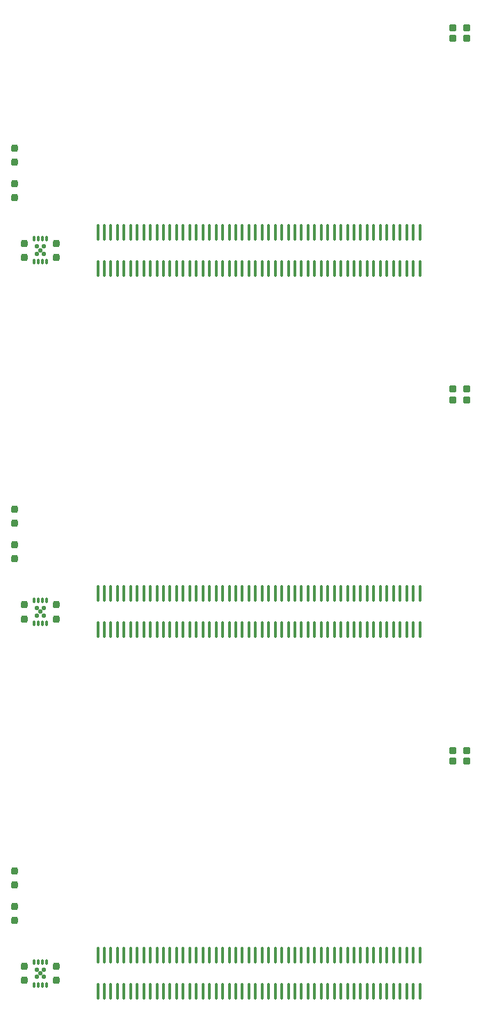
<source format=gtp>
G04 #@! TF.GenerationSoftware,KiCad,Pcbnew,8.0.6*
G04 #@! TF.CreationDate,2024-11-07T02:27:52-08:00*
G04 #@! TF.ProjectId,mse-68-vhdci-panel,6d73652d-3638-42d7-9668-6463692d7061,1*
G04 #@! TF.SameCoordinates,Original*
G04 #@! TF.FileFunction,Paste,Top*
G04 #@! TF.FilePolarity,Positive*
%FSLAX46Y46*%
G04 Gerber Fmt 4.6, Leading zero omitted, Abs format (unit mm)*
G04 Created by KiCad (PCBNEW 8.0.6) date 2024-11-07 02:27:52*
%MOMM*%
%LPD*%
G01*
G04 APERTURE LIST*
G04 Aperture macros list*
%AMRoundRect*
0 Rectangle with rounded corners*
0 $1 Rounding radius*
0 $2 $3 $4 $5 $6 $7 $8 $9 X,Y pos of 4 corners*
0 Add a 4 corners polygon primitive as box body*
4,1,4,$2,$3,$4,$5,$6,$7,$8,$9,$2,$3,0*
0 Add four circle primitives for the rounded corners*
1,1,$1+$1,$2,$3*
1,1,$1+$1,$4,$5*
1,1,$1+$1,$6,$7*
1,1,$1+$1,$8,$9*
0 Add four rect primitives between the rounded corners*
20,1,$1+$1,$2,$3,$4,$5,0*
20,1,$1+$1,$4,$5,$6,$7,0*
20,1,$1+$1,$6,$7,$8,$9,0*
20,1,$1+$1,$8,$9,$2,$3,0*%
G04 Aperture macros list end*
%ADD10RoundRect,0.125000X0.125000X-0.125000X0.125000X0.125000X-0.125000X0.125000X-0.125000X-0.125000X0*%
%ADD11RoundRect,0.046875X0.103125X-0.253125X0.103125X0.253125X-0.103125X0.253125X-0.103125X-0.253125X0*%
%ADD12RoundRect,0.200000X0.200000X-0.250000X0.200000X0.250000X-0.200000X0.250000X-0.200000X-0.250000X0*%
%ADD13RoundRect,0.100000X0.100000X0.900000X-0.100000X0.900000X-0.100000X-0.900000X0.100000X-0.900000X0*%
%ADD14RoundRect,0.200000X-0.200000X0.250000X-0.200000X-0.250000X0.200000X-0.250000X0.200000X0.250000X0*%
%ADD15RoundRect,0.200000X-0.250000X-0.200000X0.250000X-0.200000X0.250000X0.200000X-0.250000X0.200000X0*%
%ADD16RoundRect,0.200000X0.250000X0.200000X-0.250000X0.200000X-0.250000X-0.200000X0.250000X-0.200000X0*%
G04 APERTURE END LIST*
D10*
G04 #@! TO.C,U1*
X-64550000Y98552000D03*
X-63650000Y98552000D03*
X-64100000Y99002000D03*
X-64550000Y99452000D03*
X-63650000Y99452000D03*
D11*
X-64850001Y97602000D03*
X-64350000Y97602000D03*
X-63850000Y97602000D03*
X-63349999Y97602000D03*
X-63349999Y100402000D03*
X-63850000Y100402000D03*
X-64350000Y100402000D03*
X-64850001Y100402000D03*
G04 #@! TD*
D12*
G04 #@! TO.C,C1*
X-66050000Y10152000D03*
X-66050000Y11852000D03*
G04 #@! TD*
G04 #@! TO.C,R1*
X-62150000Y54152000D03*
X-62150000Y55852000D03*
G04 #@! TD*
D13*
G04 #@! TO.C,J1*
X-57100000Y8802000D03*
X-57100000Y13202000D03*
X-56300000Y8802001D03*
X-56300000Y13201999D03*
X-55500000Y8802000D03*
X-55500000Y13202000D03*
X-54700001Y8802000D03*
X-54700001Y13202000D03*
X-53900000Y8802000D03*
X-53900000Y13202000D03*
X-53100000Y8802000D03*
X-53100000Y13202000D03*
X-52299999Y8802000D03*
X-52299999Y13202000D03*
X-51500000Y8802000D03*
X-51500000Y13202000D03*
X-50700000Y8802001D03*
X-50700000Y13201999D03*
X-49900000Y8802000D03*
X-49900000Y13202000D03*
X-49100000Y8802000D03*
X-49100000Y13202000D03*
X-48300000Y8802000D03*
X-48300000Y13202000D03*
X-47500000Y8802000D03*
X-47500000Y13202000D03*
X-46699999Y8802000D03*
X-46699999Y13202000D03*
X-45900000Y8802000D03*
X-45900000Y13202000D03*
X-45100000Y8802001D03*
X-45100000Y13201999D03*
X-44300000Y8802000D03*
X-44300000Y13202000D03*
X-43500000Y8802000D03*
X-43500000Y13202000D03*
X-42700000Y8802000D03*
X-42700000Y13202000D03*
X-41900000Y8802000D03*
X-41900000Y13202000D03*
X-41099999Y8802000D03*
X-41099999Y13202000D03*
X-40300000Y8802000D03*
X-40300000Y13202000D03*
X-39500000Y8802001D03*
X-39500000Y13201999D03*
X-38700000Y8802000D03*
X-38700000Y13202000D03*
X-37900000Y8802000D03*
X-37900000Y13202000D03*
X-37100000Y8802000D03*
X-37100000Y13202000D03*
X-36300000Y8802000D03*
X-36300000Y13202000D03*
X-35500000Y8802001D03*
X-35500000Y13201999D03*
X-34700000Y8802000D03*
X-34700000Y13202000D03*
X-33900001Y8802000D03*
X-33900001Y13202000D03*
X-33100000Y8802000D03*
X-33100000Y13202000D03*
X-32300000Y8802000D03*
X-32300000Y13202000D03*
X-31500000Y8802000D03*
X-31500000Y13202000D03*
X-30700000Y8802000D03*
X-30700000Y13202000D03*
X-29900000Y8802001D03*
X-29900000Y13201999D03*
X-29100000Y8802000D03*
X-29100000Y13202000D03*
X-28300001Y8802000D03*
X-28300001Y13202000D03*
X-27500000Y8802000D03*
X-27500000Y13202000D03*
X-26700000Y8802000D03*
X-26700000Y13202000D03*
X-25900000Y8802000D03*
X-25900000Y13202000D03*
X-25100000Y8802000D03*
X-25100000Y13202000D03*
X-24300000Y8802001D03*
X-24300000Y13201999D03*
X-23500000Y8802000D03*
X-23500000Y13202000D03*
X-22700001Y8802000D03*
X-22700001Y13202000D03*
X-21900000Y8802000D03*
X-21900000Y13202000D03*
X-21100000Y8802000D03*
X-21100000Y13202000D03*
X-20299999Y8802000D03*
X-20299999Y13202000D03*
X-19500000Y8802000D03*
X-19500000Y13202000D03*
X-18700000Y8802001D03*
X-18700000Y13201999D03*
X-17900000Y8802000D03*
X-17900000Y13202000D03*
G04 #@! TD*
D14*
G04 #@! TO.C,R2*
X-67200000Y111452000D03*
X-67200000Y109752000D03*
G04 #@! TD*
D12*
G04 #@! TO.C,R1*
X-62150000Y10152000D03*
X-62150000Y11852000D03*
G04 #@! TD*
D14*
G04 #@! TO.C,R2*
X-67200000Y67452000D03*
X-67200000Y65752000D03*
G04 #@! TD*
D12*
G04 #@! TO.C,R3*
X-67200000Y61452000D03*
X-67200000Y63152000D03*
G04 #@! TD*
D13*
G04 #@! TO.C,J1*
X-57100000Y96802000D03*
X-57100000Y101202000D03*
X-56300000Y96802001D03*
X-56300000Y101201999D03*
X-55500000Y96802000D03*
X-55500000Y101202000D03*
X-54700001Y96802000D03*
X-54700001Y101202000D03*
X-53900000Y96802000D03*
X-53900000Y101202000D03*
X-53100000Y96802000D03*
X-53100000Y101202000D03*
X-52299999Y96802000D03*
X-52299999Y101202000D03*
X-51500000Y96802000D03*
X-51500000Y101202000D03*
X-50700000Y96802001D03*
X-50700000Y101201999D03*
X-49900000Y96802000D03*
X-49900000Y101202000D03*
X-49100000Y96802000D03*
X-49100000Y101202000D03*
X-48300000Y96802000D03*
X-48300000Y101202000D03*
X-47500000Y96802000D03*
X-47500000Y101202000D03*
X-46699999Y96802000D03*
X-46699999Y101202000D03*
X-45900000Y96802000D03*
X-45900000Y101202000D03*
X-45100000Y96802001D03*
X-45100000Y101201999D03*
X-44300000Y96802000D03*
X-44300000Y101202000D03*
X-43500000Y96802000D03*
X-43500000Y101202000D03*
X-42700000Y96802000D03*
X-42700000Y101202000D03*
X-41900000Y96802000D03*
X-41900000Y101202000D03*
X-41099999Y96802000D03*
X-41099999Y101202000D03*
X-40300000Y96802000D03*
X-40300000Y101202000D03*
X-39500000Y96802001D03*
X-39500000Y101201999D03*
X-38700000Y96802000D03*
X-38700000Y101202000D03*
X-37900000Y96802000D03*
X-37900000Y101202000D03*
X-37100000Y96802000D03*
X-37100000Y101202000D03*
X-36300000Y96802000D03*
X-36300000Y101202000D03*
X-35500000Y96802001D03*
X-35500000Y101201999D03*
X-34700000Y96802000D03*
X-34700000Y101202000D03*
X-33900001Y96802000D03*
X-33900001Y101202000D03*
X-33100000Y96802000D03*
X-33100000Y101202000D03*
X-32300000Y96802000D03*
X-32300000Y101202000D03*
X-31500000Y96802000D03*
X-31500000Y101202000D03*
X-30700000Y96802000D03*
X-30700000Y101202000D03*
X-29900000Y96802001D03*
X-29900000Y101201999D03*
X-29100000Y96802000D03*
X-29100000Y101202000D03*
X-28300001Y96802000D03*
X-28300001Y101202000D03*
X-27500000Y96802000D03*
X-27500000Y101202000D03*
X-26700000Y96802000D03*
X-26700000Y101202000D03*
X-25900000Y96802000D03*
X-25900000Y101202000D03*
X-25100000Y96802000D03*
X-25100000Y101202000D03*
X-24300000Y96802001D03*
X-24300000Y101201999D03*
X-23500000Y96802000D03*
X-23500000Y101202000D03*
X-22700001Y96802000D03*
X-22700001Y101202000D03*
X-21900000Y96802000D03*
X-21900000Y101202000D03*
X-21100000Y96802000D03*
X-21100000Y101202000D03*
X-20299999Y96802000D03*
X-20299999Y101202000D03*
X-19500000Y96802000D03*
X-19500000Y101202000D03*
X-18700000Y96802001D03*
X-18700000Y101201999D03*
X-17900000Y96802000D03*
X-17900000Y101202000D03*
G04 #@! TD*
D12*
G04 #@! TO.C,R1*
X-62150000Y98152000D03*
X-62150000Y99852000D03*
G04 #@! TD*
G04 #@! TO.C,R3*
X-67200000Y105452000D03*
X-67200000Y107152000D03*
G04 #@! TD*
D15*
G04 #@! TO.C,R4*
X-13850000Y80802000D03*
X-12150000Y80802000D03*
G04 #@! TD*
G04 #@! TO.C,R4*
X-13850000Y124802000D03*
X-12150000Y124802000D03*
G04 #@! TD*
D13*
G04 #@! TO.C,J1*
X-57100000Y52802000D03*
X-57100000Y57202000D03*
X-56300000Y52802001D03*
X-56300000Y57201999D03*
X-55500000Y52802000D03*
X-55500000Y57202000D03*
X-54700001Y52802000D03*
X-54700001Y57202000D03*
X-53900000Y52802000D03*
X-53900000Y57202000D03*
X-53100000Y52802000D03*
X-53100000Y57202000D03*
X-52299999Y52802000D03*
X-52299999Y57202000D03*
X-51500000Y52802000D03*
X-51500000Y57202000D03*
X-50700000Y52802001D03*
X-50700000Y57201999D03*
X-49900000Y52802000D03*
X-49900000Y57202000D03*
X-49100000Y52802000D03*
X-49100000Y57202000D03*
X-48300000Y52802000D03*
X-48300000Y57202000D03*
X-47500000Y52802000D03*
X-47500000Y57202000D03*
X-46699999Y52802000D03*
X-46699999Y57202000D03*
X-45900000Y52802000D03*
X-45900000Y57202000D03*
X-45100000Y52802001D03*
X-45100000Y57201999D03*
X-44300000Y52802000D03*
X-44300000Y57202000D03*
X-43500000Y52802000D03*
X-43500000Y57202000D03*
X-42700000Y52802000D03*
X-42700000Y57202000D03*
X-41900000Y52802000D03*
X-41900000Y57202000D03*
X-41099999Y52802000D03*
X-41099999Y57202000D03*
X-40300000Y52802000D03*
X-40300000Y57202000D03*
X-39500000Y52802001D03*
X-39500000Y57201999D03*
X-38700000Y52802000D03*
X-38700000Y57202000D03*
X-37900000Y52802000D03*
X-37900000Y57202000D03*
X-37100000Y52802000D03*
X-37100000Y57202000D03*
X-36300000Y52802000D03*
X-36300000Y57202000D03*
X-35500000Y52802001D03*
X-35500000Y57201999D03*
X-34700000Y52802000D03*
X-34700000Y57202000D03*
X-33900001Y52802000D03*
X-33900001Y57202000D03*
X-33100000Y52802000D03*
X-33100000Y57202000D03*
X-32300000Y52802000D03*
X-32300000Y57202000D03*
X-31500000Y52802000D03*
X-31500000Y57202000D03*
X-30700000Y52802000D03*
X-30700000Y57202000D03*
X-29900000Y52802001D03*
X-29900000Y57201999D03*
X-29100000Y52802000D03*
X-29100000Y57202000D03*
X-28300001Y52802000D03*
X-28300001Y57202000D03*
X-27500000Y52802000D03*
X-27500000Y57202000D03*
X-26700000Y52802000D03*
X-26700000Y57202000D03*
X-25900000Y52802000D03*
X-25900000Y57202000D03*
X-25100000Y52802000D03*
X-25100000Y57202000D03*
X-24300000Y52802001D03*
X-24300000Y57201999D03*
X-23500000Y52802000D03*
X-23500000Y57202000D03*
X-22700001Y52802000D03*
X-22700001Y57202000D03*
X-21900000Y52802000D03*
X-21900000Y57202000D03*
X-21100000Y52802000D03*
X-21100000Y57202000D03*
X-20299999Y52802000D03*
X-20299999Y57202000D03*
X-19500000Y52802000D03*
X-19500000Y57202000D03*
X-18700000Y52802001D03*
X-18700000Y57201999D03*
X-17900000Y52802000D03*
X-17900000Y57202000D03*
G04 #@! TD*
D16*
G04 #@! TO.C,C2*
X-12150000Y38102000D03*
X-13850000Y38102000D03*
G04 #@! TD*
D12*
G04 #@! TO.C,C1*
X-66050000Y98152000D03*
X-66050000Y99852000D03*
G04 #@! TD*
D16*
G04 #@! TO.C,C2*
X-12150000Y126102000D03*
X-13850000Y126102000D03*
G04 #@! TD*
D12*
G04 #@! TO.C,C1*
X-66050000Y54152000D03*
X-66050000Y55852000D03*
G04 #@! TD*
D10*
G04 #@! TO.C,U1*
X-64550000Y10552000D03*
X-63650000Y10552000D03*
X-64100000Y11002000D03*
X-64550000Y11452000D03*
X-63650000Y11452000D03*
D11*
X-64850001Y9602000D03*
X-64350000Y9602000D03*
X-63850000Y9602000D03*
X-63349999Y9602000D03*
X-63349999Y12402000D03*
X-63850000Y12402000D03*
X-64350000Y12402000D03*
X-64850001Y12402000D03*
G04 #@! TD*
D12*
G04 #@! TO.C,R3*
X-67200000Y17452000D03*
X-67200000Y19152000D03*
G04 #@! TD*
D14*
G04 #@! TO.C,R2*
X-67200000Y23452000D03*
X-67200000Y21752000D03*
G04 #@! TD*
D15*
G04 #@! TO.C,R4*
X-13850000Y36802000D03*
X-12150000Y36802000D03*
G04 #@! TD*
D16*
G04 #@! TO.C,C2*
X-12150000Y82102000D03*
X-13850000Y82102000D03*
G04 #@! TD*
D10*
G04 #@! TO.C,U1*
X-64550000Y54552000D03*
X-63650000Y54552000D03*
X-64100000Y55002000D03*
X-64550000Y55452000D03*
X-63650000Y55452000D03*
D11*
X-64850001Y53602000D03*
X-64350000Y53602000D03*
X-63850000Y53602000D03*
X-63349999Y53602000D03*
X-63349999Y56402000D03*
X-63850000Y56402000D03*
X-64350000Y56402000D03*
X-64850001Y56402000D03*
G04 #@! TD*
M02*

</source>
